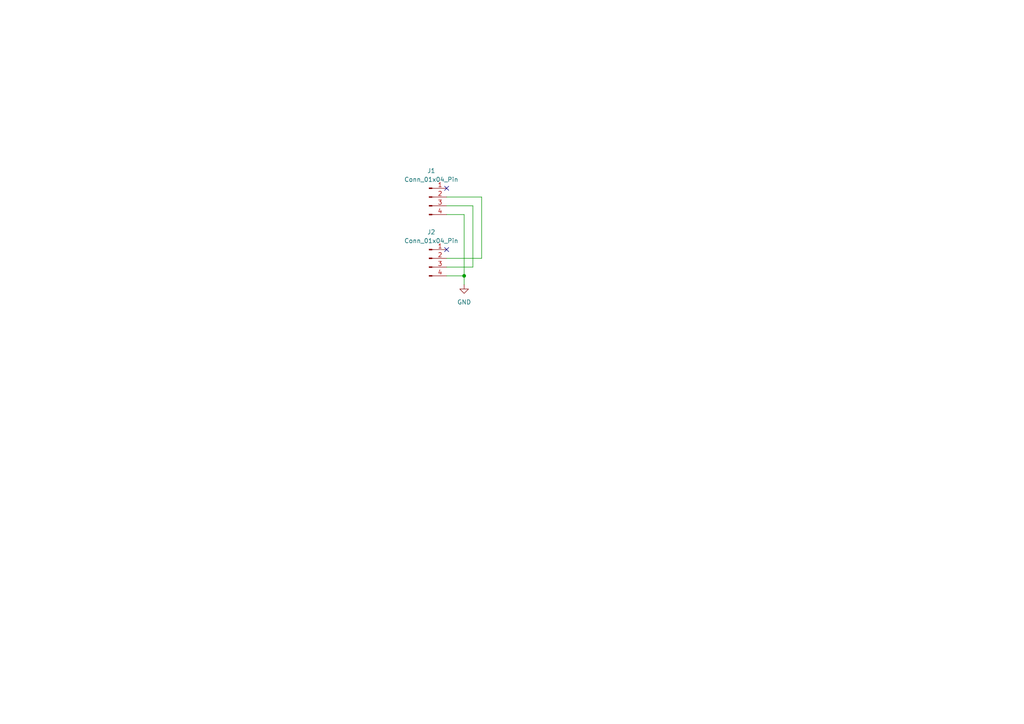
<source format=kicad_sch>
(kicad_sch (version 20231120) (generator "eeschema") (generator_version "8.0")
  (paper "A4")
  (title_block (title "Power supply and CAN BUS 3") (date "2024-09-26") (rev "0.1") (company "Mocke Tech., LLC.") (comment 1 "Kiyotaka ATSUMI"))
  (lib_symbols
    (symbol "Connector:Conn_01x04_Pin" (pin_names (offset 1.016) hide)
      (property "Reference" "J" (at 0 5.08 0))
      (property "Value" "Conn_01x04_Pin" (at 0 -7.62 0))
      (symbol "Conn_01x04_Pin_1_1"
        (polyline (pts (xy 1.27 -5.08) (xy 0.8636 -5.08)) (stroke (width 0.1524)))
        (polyline (pts (xy 1.27 -2.54) (xy 0.8636 -2.54)) (stroke (width 0.1524)))
        (polyline (pts (xy 1.27 0) (xy 0.8636 0)) (stroke (width 0.1524)))
        (polyline (pts (xy 1.27 2.54) (xy 0.8636 2.54)) (stroke (width 0.1524)))
        (rectangle (start 0.8636 -4.953) (end 0 -5.207) (stroke (width 0.1524)) (fill (type outline)))
        (rectangle (start 0.8636 -2.413) (end 0 -2.667) (stroke (width 0.1524)) (fill (type outline)))
        (rectangle (start 0.8636 0.127) (end 0 -0.127) (stroke (width 0.1524)) (fill (type outline)))
        (rectangle (start 0.8636 2.667) (end 0 2.413) (stroke (width 0.1524)) (fill (type outline)))
        (pin passive line (at 5.08 2.54 180) (length 3.81) (name "Pin_1") (number "1"))
        (pin passive line (at 5.08 0 180) (length 3.81) (name "Pin_2") (number "2"))
        (pin passive line (at 5.08 -2.54 180) (length 3.81) (name "Pin_3") (number "3"))
        (pin passive line (at 5.08 -5.08 180) (length 3.81) (name "Pin_4") (number "4"))
      )
    )
    (symbol "power:GND" (power) (pin_numbers hide) (pin_names (offset 0) hide)
      (property "Value" "GND" (at 0 -3.81 0))
      (symbol "GND_0_1"
        (polyline (pts (xy 0 0) (xy 0 -1.27) (xy 1.27 -1.27) (xy 0 -2.54) (xy -1.27 -1.27) (xy 0 -1.27)))
      )
      (symbol "GND_1_1"
        (pin power_in line (at 0 0 270) (length 0) (name "~") (number "1"))
      )
    )
  )
  (junction (at 134.62 80.01))
  (no_connect (at 129.54 54.61))
  (no_connect (at 129.54 72.39))
  (wire (pts (xy 129.54 62.23) (xy 134.62 62.23)))
  (wire (pts (xy 137.16 59.69) (xy 137.16 77.47)))
  (wire (pts (xy 129.54 74.93) (xy 139.7 74.93)))
  (wire (pts (xy 129.54 80.01) (xy 134.62 80.01)))
  (wire (pts (xy 134.62 62.23) (xy 134.62 80.01)))
  (wire (pts (xy 134.62 80.01) (xy 134.62 82.55)))
  (wire (pts (xy 129.54 57.15) (xy 139.7 57.15)))
  (wire (pts (xy 129.54 59.69) (xy 137.16 59.69)))
  (wire (pts (xy 139.7 57.15) (xy 139.7 74.93)))
  (wire (pts (xy 137.16 77.47) (xy 129.54 77.47)))
  (symbol (lib_id "Connector:Conn_01x04_Pin") (at 124.46 74.93 0) (unit 1)
    (property "Reference" "J2" (at 125.095 67.31 0))
    (property "Value" "Conn_01x04_Pin" (at 125.095 69.85 0))
    (property "Footprint" "Connector_PinHeader_2.54mm:PinHeader_1x04_P2.54mm_Horizontal" (effects (hide yes)))
    (property "Description" "Generic connector, single row, 01x04, script generated" (effects (hide yes)))
  )
  (symbol (lib_id "power:GND") (at 134.62 82.55 0) (unit 1)
    (property "Reference" "#PWR01" (effects (hide yes)))
    (property "Value" "GND" (at 134.62 87.63 0))
    (property "Description" "Power symbol creates a global label with name \"GND\" , ground" (effects (hide yes)))
  )
  (symbol (lib_id "Connector:Conn_01x04_Pin") (at 124.46 57.15 0) (unit 1)
    (property "Reference" "J1" (at 125.095 49.53 0))
    (property "Value" "Conn_01x04_Pin" (at 125.095 52.07 0))
    (property "Footprint" "Connector_PinHeader_2.54mm:PinHeader_1x04_P2.54mm_Horizontal" (effects (hide yes)))
    (property "Description" "Generic connector, single row, 01x04, script generated" (effects (hide yes)))
  )
)
</source>
